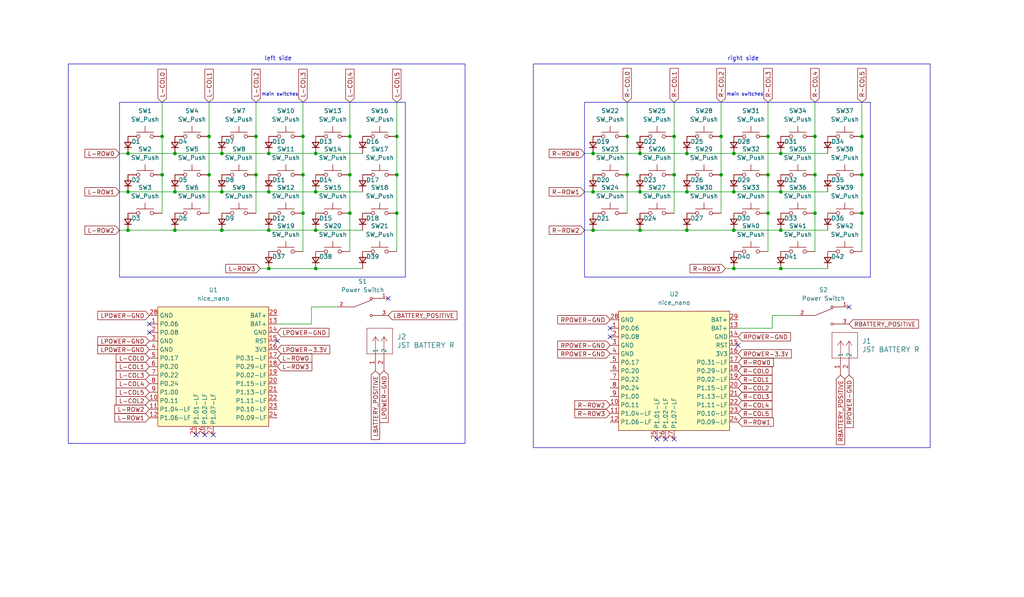
<source format=kicad_sch>
(kicad_sch (version 20250114) (generator "eeschema") (generator_version "9.0")
  (paper "User" 304.8 177.8)
  (title_block (title "Thyme: Split Keyboard Schematic") (rev "0.3"))
  (lib_symbols
    (symbol "Device:D_Small" (pin_numbers (hide yes)) (pin_names (offset 0.254) (hide yes))
      (property "Reference" "D" (at -1.27 2.032 0))
      (property "Value" "D_Small" (at -3.81 -2.032 0))
      (symbol "D_Small_1_1"
        (pin passive line (at -2.54 0 0) (length 1.778) (name "K") (number "1"))
        (pin passive line (at 2.54 0 180) (length 1.778) (name "A") (number "2"))
      )
    )
    (symbol "S2B-PH-K-S:S2B-PH-K-SLFSN" (pin_names (offset 0.254))
      (property "Reference" "J" (at 8.89 6.35 0))
      (property "Value" "S2B-PH-K-SLFSN" (at 0 0 0))
      (symbol "S2B-PH-K-SLFSN_1_1"
        (pin unspecified line (at 0 0 0) (length 5.08) (name "1") (number "1"))
        (pin unspecified line (at 0 -2.54 0) (length 5.08) (name "2") (number "2"))
      )
      (symbol "S2B-PH-K-SLFSN_1_2"
        (pin unspecified line (at 0 0 0) (length 5.08) (name "1") (number "1"))
        (pin unspecified line (at 0 -2.54 0) (length 5.08) (name "2") (number "2"))
      )
    )
    (symbol "SLW-1277744-3A-N-D:SLW-1277744-3A-N-D" (pin_names (offset 1.016))
      (property "Reference" "S" (at -5.08 5.08 0))
      (property "Value" "SLW-1277744-3A-N-D" (at -5.08 -5.08 0))
      (symbol "SLW-1277744-3A-N-D_0_0"
        (pin passive line (at -10.16 0 0) (length 2.54) (name "~") (number "2"))
        (pin passive line (at 5.08 2.54 180) (length 2.54) (name "~") (number "1"))
        (pin passive line (at 5.08 -2.54 180) (length 2.54) (name "~") (number "3"))
      )
    )
    (symbol "Switch:SW_Push" (pin_numbers (hide yes)) (pin_names (offset 1.016) (hide yes))
      (property "Reference" "SW" (at 1.27 2.54 0))
      (property "Value" "SW_Push" (at 0 -1.524 0))
      (symbol "SW_Push_0_1"
        (pin passive line (at -5.08 0 0) (length 2.54) (name "1") (number "1"))
        (pin passive line (at 5.08 0 180) (length 2.54) (name "2") (number "2"))
      )
    )
    (symbol "marbastlib-promicroish:nice_nano" (in_bom no)
      (property "Reference" "U" (at 0 22.86 0))
      (property "Value" "nice_nano" (at 0 20.32 0))
      (symbol "nice_nano_0_0"
        (pin bidirectional line (at -19.05 13.97 0) (length 2.54) (name "P0.06") (number "1"))
        (pin bidirectional line (at -19.05 11.43 0) (length 2.54) (name "P0.08") (number "2"))
        (pin power_out line (at -19.05 8.89 0) (length 2.54) (name "GND") (number "3"))
        (pin power_out line (at -19.05 6.35 0) (length 2.54) (name "GND") (number "4"))
        (pin bidirectional line (at -19.05 3.81 0) (length 2.54) (name "P0.17") (number "5"))
        (pin bidirectional line (at -19.05 1.27 0) (length 2.54) (name "P0.20") (number "6"))
        (pin bidirectional line (at -19.05 -1.27 0) (length 2.54) (name "P0.22") (number "7"))
        (pin bidirectional line (at -19.05 -3.81 0) (length 2.54) (name "P0.24") (number "8"))
        (pin bidirectional line (at -19.05 -6.35 0) (length 2.54) (name "P1.00") (number "9"))
        (pin bidirectional line (at -19.05 -8.89 0) (length 2.54) (name "P0.11") (number "10"))
        (pin bidirectional line (at -19.05 -11.43 0) (length 2.54) (name "P1.04-LF") (number "11"))
        (pin bidirectional line (at -19.05 -13.97 0) (length 2.54) (name "P1.06-LF") (number "12"))
        (pin power_out line (at 19.05 11.43 180) (length 2.54) (name "GND") (number "14"))
        (pin bidirectional line (at 19.05 8.89 180) (length 2.54) (name "RST") (number "15"))
        (pin bidirectional line (at 19.05 3.81 180) (length 2.54) (name "P0.31-LF") (number "17"))
        (pin bidirectional line (at 19.05 1.27 180) (length 2.54) (name "P0.29-LF") (number "18"))
        (pin bidirectional line (at 19.05 -1.27 180) (length 2.54) (name "P0.02-LF") (number "19"))
        (pin bidirectional line (at 19.05 -3.81 180) (length 2.54) (name "P1.15-LF") (number "20"))
        (pin bidirectional line (at 19.05 -6.35 180) (length 2.54) (name "P1.13-LF") (number "21"))
        (pin bidirectional line (at 19.05 -8.89 180) (length 2.54) (name "P1.11-LF") (number "22"))
        (pin bidirectional line (at 19.05 -13.97 180) (length 2.54) (name "P0.09-LF") (number "24"))
      )
      (symbol "nice_nano_1_0"
        (pin power_out line (at -19.05 16.51 0) (length 2.54) (name "GND") (number "28"))
        (pin bidirectional line (at -5.08 -19.05 90) (length 2.54) (name "P1.01-LF") (number "25"))
        (pin bidirectional line (at -2.54 -19.05 90) (length 2.54) (name "P1.02-LF") (number "26"))
        (pin bidirectional line (at 0 -19.05 90) (length 2.54) (name "P1.07-LF") (number "27"))
        (pin power_out line (at 19.05 16.51 180) (length 2.54) (name "BAT+") (number "29"))
        (pin power_out line (at 19.05 13.97 180) (length 2.54) (name "BAT+") (number "13"))
        (pin power_out line (at 19.05 6.35 180) (length 2.54) (name "3V3") (number "16"))
        (pin bidirectional line (at 19.05 -11.43 180) (length 2.54) (name "P0.10-LF") (number "23"))
      )
    )
  )
  (rectangle (start 35.56 30.48) (end 120.65 82.55))
  (rectangle (start 20.32 19.05) (end 138.43 132.08))
  (rectangle (start 173.99 30.48) (end 259.08 82.55))
  (rectangle (start 158.75 19.05) (end 276.86 133.35))
  (text "left side" (at 82.804 17.526 0) (effects (font (size 1.27 1.27))))
  (text "main switches" (at 83.312 28.194 0) (effects (font (size 1.016 1.016))))
  (text "main switches" (at 221.742 28.194 0) (effects (font (size 1.016 1.016))))
  (text "right side" (at 221.234 17.526 0) (effects (font (size 1.27 1.27))))
  (junction (at 118.11 52.07))
  (junction (at 228.6 40.64))
  (junction (at 214.63 40.64))
  (junction (at 190.5 57.15))
  (junction (at 80.01 57.15))
  (junction (at 48.26 40.64))
  (junction (at 76.2 40.64))
  (junction (at 242.57 63.5))
  (junction (at 93.98 45.72))
  (junction (at 52.07 57.15))
  (junction (at 256.54 63.5))
  (junction (at 218.44 57.15))
  (junction (at 200.66 40.64))
  (junction (at 38.1 57.15))
  (junction (at 80.01 45.72))
  (junction (at 48.26 52.07))
  (junction (at 176.53 45.72))
  (junction (at 242.57 40.64))
  (junction (at 93.98 80.01))
  (junction (at 232.41 80.01))
  (junction (at 93.98 68.58))
  (junction (at 38.1 68.58))
  (junction (at 90.17 63.5))
  (junction (at 218.44 68.58))
  (junction (at 190.5 68.58))
  (junction (at 90.17 52.07))
  (junction (at 256.54 40.64))
  (junction (at 62.23 52.07))
  (junction (at 104.14 40.64))
  (junction (at 66.04 68.58))
  (junction (at 204.47 45.72))
  (junction (at 80.01 80.01))
  (junction (at 118.11 63.5))
  (junction (at 228.6 52.07))
  (junction (at 218.44 80.01))
  (junction (at 104.14 63.5))
  (junction (at 52.07 45.72))
  (junction (at 93.98 57.15))
  (junction (at 62.23 40.64))
  (junction (at 228.6 63.5))
  (junction (at 204.47 57.15))
  (junction (at 190.5 45.72))
  (junction (at 218.44 45.72))
  (junction (at 118.11 40.64))
  (junction (at 204.47 68.58))
  (junction (at 186.69 40.64))
  (junction (at 186.69 52.07))
  (junction (at 232.41 45.72))
  (junction (at 232.41 68.58))
  (junction (at 38.1 45.72))
  (junction (at 80.01 68.58))
  (junction (at 176.53 68.58))
  (junction (at 232.41 57.15))
  (junction (at 52.07 68.58))
  (junction (at 200.66 52.07))
  (junction (at 242.57 52.07))
  (junction (at 90.17 40.64))
  (junction (at 256.54 52.07))
  (junction (at 76.2 52.07))
  (junction (at 176.53 57.15))
  (junction (at 66.04 45.72))
  (junction (at 66.04 57.15))
  (junction (at 104.14 52.07))
  (junction (at 214.63 52.07))
  (no_connect (at 219.71 102.87))
  (no_connect (at 82.55 101.6))
  (no_connect (at 63.5 129.54))
  (no_connect (at 200.66 130.81))
  (no_connect (at 60.96 129.54))
  (no_connect (at 195.58 130.81))
  (no_connect (at 181.61 97.79))
  (no_connect (at 44.45 99.06))
  (no_connect (at 115.57 88.9))
  (no_connect (at 252.73 91.44))
  (no_connect (at 58.42 129.54))
  (no_connect (at 198.12 130.81))
  (no_connect (at 181.61 100.33))
  (no_connect (at 44.45 96.52))
  (wire (pts (xy 35.56 57.15) (xy 38.1 57.15)))
  (wire (pts (xy 232.41 80.01) (xy 246.38 80.01)))
  (wire (pts (xy 214.63 40.64) (xy 214.63 52.07)))
  (wire (pts (xy 232.41 57.15) (xy 246.38 57.15)))
  (wire (pts (xy 93.98 45.72) (xy 107.95 45.72)))
  (wire (pts (xy 48.26 30.48) (xy 48.26 40.64)))
  (wire (pts (xy 92.71 91.44) (xy 92.71 96.52)))
  (wire (pts (xy 229.87 97.79) (xy 219.71 97.79)))
  (wire (pts (xy 104.14 30.48) (xy 104.14 40.64)))
  (wire (pts (xy 176.53 45.72) (xy 190.5 45.72)))
  (wire (pts (xy 90.17 30.48) (xy 90.17 40.64)))
  (wire (pts (xy 200.66 30.48) (xy 200.66 40.64)))
  (wire (pts (xy 104.14 63.5) (xy 104.14 74.93)))
  (wire (pts (xy 104.14 52.07) (xy 104.14 63.5)))
  (wire (pts (xy 204.47 57.15) (xy 218.44 57.15)))
  (wire (pts (xy 48.26 52.07) (xy 48.26 63.5)))
  (wire (pts (xy 186.69 52.07) (xy 186.69 63.5)))
  (wire (pts (xy 228.6 52.07) (xy 228.6 63.5)))
  (wire (pts (xy 92.71 91.44) (xy 100.33 91.44)))
  (wire (pts (xy 229.87 93.98) (xy 229.87 97.79)))
  (wire (pts (xy 76.2 40.64) (xy 76.2 52.07)))
  (wire (pts (xy 80.01 57.15) (xy 93.98 57.15)))
  (wire (pts (xy 214.63 30.48) (xy 214.63 40.64)))
  (wire (pts (xy 35.56 45.72) (xy 38.1 45.72)))
  (wire (pts (xy 242.57 30.48) (xy 242.57 40.64)))
  (wire (pts (xy 118.11 52.07) (xy 118.11 63.5)))
  (wire (pts (xy 218.44 45.72) (xy 232.41 45.72)))
  (wire (pts (xy 186.69 30.48) (xy 186.69 40.64)))
  (wire (pts (xy 256.54 40.64) (xy 256.54 52.07)))
  (wire (pts (xy 200.66 40.64) (xy 200.66 52.07)))
  (wire (pts (xy 256.54 30.48) (xy 256.54 40.64)))
  (wire (pts (xy 90.17 63.5) (xy 90.17 74.93)))
  (wire (pts (xy 93.98 57.15) (xy 107.95 57.15)))
  (wire (pts (xy 38.1 45.72) (xy 52.07 45.72)))
  (wire (pts (xy 52.07 57.15) (xy 66.04 57.15)))
  (wire (pts (xy 215.9 80.01) (xy 218.44 80.01)))
  (wire (pts (xy 242.57 63.5) (xy 242.57 74.93)))
  (wire (pts (xy 104.14 40.64) (xy 104.14 52.07)))
  (wire (pts (xy 229.87 93.98) (xy 237.49 93.98)))
  (wire (pts (xy 62.23 52.07) (xy 62.23 63.5)))
  (wire (pts (xy 52.07 68.58) (xy 66.04 68.58)))
  (wire (pts (xy 76.2 52.07) (xy 76.2 63.5)))
  (wire (pts (xy 190.5 57.15) (xy 204.47 57.15)))
  (wire (pts (xy 38.1 57.15) (xy 52.07 57.15)))
  (wire (pts (xy 218.44 80.01) (xy 232.41 80.01)))
  (wire (pts (xy 186.69 40.64) (xy 186.69 52.07)))
  (wire (pts (xy 228.6 30.48) (xy 228.6 40.64)))
  (wire (pts (xy 93.98 80.01) (xy 107.95 80.01)))
  (wire (pts (xy 200.66 52.07) (xy 200.66 63.5)))
  (wire (pts (xy 76.2 30.48) (xy 76.2 40.64)))
  (wire (pts (xy 242.57 52.07) (xy 242.57 63.5)))
  (wire (pts (xy 218.44 68.58) (xy 232.41 68.58)))
  (wire (pts (xy 256.54 63.5) (xy 256.54 74.93)))
  (wire (pts (xy 80.01 68.58) (xy 93.98 68.58)))
  (wire (pts (xy 66.04 45.72) (xy 80.01 45.72)))
  (wire (pts (xy 204.47 45.72) (xy 218.44 45.72)))
  (wire (pts (xy 90.17 52.07) (xy 90.17 63.5)))
  (wire (pts (xy 228.6 40.64) (xy 228.6 52.07)))
  (wire (pts (xy 62.23 30.48) (xy 62.23 40.64)))
  (wire (pts (xy 232.41 68.58) (xy 246.38 68.58)))
  (wire (pts (xy 48.26 40.64) (xy 48.26 52.07)))
  (wire (pts (xy 93.98 68.58) (xy 107.95 68.58)))
  (wire (pts (xy 38.1 68.58) (xy 52.07 68.58)))
  (wire (pts (xy 232.41 45.72) (xy 246.38 45.72)))
  (wire (pts (xy 256.54 52.07) (xy 256.54 63.5)))
  (wire (pts (xy 92.71 96.52) (xy 82.55 96.52)))
  (wire (pts (xy 176.53 68.58) (xy 190.5 68.58)))
  (wire (pts (xy 118.11 63.5) (xy 118.11 74.93)))
  (wire (pts (xy 77.47 80.01) (xy 80.01 80.01)))
  (wire (pts (xy 176.53 57.15) (xy 190.5 57.15)))
  (wire (pts (xy 228.6 63.5) (xy 228.6 74.93)))
  (wire (pts (xy 190.5 68.58) (xy 204.47 68.58)))
  (wire (pts (xy 90.17 40.64) (xy 90.17 52.07)))
  (wire (pts (xy 214.63 52.07) (xy 214.63 63.5)))
  (wire (pts (xy 80.01 80.01) (xy 93.98 80.01)))
  (wire (pts (xy 66.04 57.15) (xy 80.01 57.15)))
  (wire (pts (xy 80.01 45.72) (xy 93.98 45.72)))
  (wire (pts (xy 35.56 68.58) (xy 38.1 68.58)))
  (wire (pts (xy 173.99 68.58) (xy 176.53 68.58)))
  (wire (pts (xy 204.47 68.58) (xy 218.44 68.58)))
  (wire (pts (xy 66.04 68.58) (xy 80.01 68.58)))
  (wire (pts (xy 173.99 45.72) (xy 176.53 45.72)))
  (wire (pts (xy 242.57 40.64) (xy 242.57 52.07)))
  (wire (pts (xy 218.44 57.15) (xy 232.41 57.15)))
  (wire (pts (xy 62.23 40.64) (xy 62.23 52.07)))
  (wire (pts (xy 118.11 30.48) (xy 118.11 40.64)))
  (wire (pts (xy 52.07 45.72) (xy 66.04 45.72)))
  (wire (pts (xy 118.11 40.64) (xy 118.11 52.07)))
  (wire (pts (xy 173.99 57.15) (xy 176.53 57.15)))
  (wire (pts (xy 190.5 45.72) (xy 204.47 45.72)))
  (global_label "R-COL5" (shape input) (at 219.71 123.19 0) (property "Intersheetrefs" "${INTERSHEET_REFS}" (effects (hide yes))))
  (global_label "LPOWER-3.3V" (shape input) (at 82.55 104.14 0) (property "Intersheetrefs" "${INTERSHEET_REFS}" (effects (hide yes))))
  (global_label "RPOWER-GND" (shape input) (at 181.61 102.87 180) (property "Intersheetrefs" "${INTERSHEET_REFS}" (effects (hide yes))))
  (global_label "LPOWER-GND" (shape input) (at 44.45 101.6 180) (property "Intersheetrefs" "${INTERSHEET_REFS}" (effects (hide yes))))
  (global_label "L-COL2" (shape input) (at 76.2 30.48 90) (property "Intersheetrefs" "${INTERSHEET_REFS}" (effects (hide yes))))
  (global_label "L-ROW3" (shape input) (at 77.47 80.01 180) (property "Intersheetrefs" "${INTERSHEET_REFS}" (effects (hide yes))))
  (global_label "LPOWER-GND" (shape input) (at 44.45 104.14 180) (property "Intersheetrefs" "${INTERSHEET_REFS}" (effects (hide yes))))
  (global_label "RPOWER-GND" (shape input) (at 181.61 105.41 180) (property "Intersheetrefs" "${INTERSHEET_REFS}" (effects (hide yes))))
  (global_label "R-ROW3" (shape input) (at 215.9 80.01 180) (property "Intersheetrefs" "${INTERSHEET_REFS}" (effects (hide yes))))
  (global_label "L-COL5" (shape input) (at 44.45 116.84 180) (property "Intersheetrefs" "${INTERSHEET_REFS}" (effects (hide yes))))
  (global_label "L-COL3" (shape input) (at 44.45 111.76 180) (property "Intersheetrefs" "${INTERSHEET_REFS}" (effects (hide yes))))
  (global_label "R-ROW0" (shape input) (at 173.99 45.72 180) (property "Intersheetrefs" "${INTERSHEET_REFS}" (effects (hide yes))))
  (global_label "L-ROW2" (shape input) (at 44.45 121.92 180) (property "Intersheetrefs" "${INTERSHEET_REFS}" (effects (hide yes))))
  (global_label "R-COL4" (shape input) (at 242.57 30.48 90) (property "Intersheetrefs" "${INTERSHEET_REFS}" (effects (hide yes))))
  (global_label "R-ROW2" (shape input) (at 181.61 120.65 180) (property "Intersheetrefs" "${INTERSHEET_REFS}" (effects (hide yes))))
  (global_label "R-COL3" (shape input) (at 219.71 118.11 0) (property "Intersheetrefs" "${INTERSHEET_REFS}" (effects (hide yes))))
  (global_label "R-COL1" (shape input) (at 219.71 113.03 0) (property "Intersheetrefs" "${INTERSHEET_REFS}" (effects (hide yes))))
  (global_label "LPOWER-GND" (shape input) (at 114.3 110.49 270) (property "Intersheetrefs" "${INTERSHEET_REFS}" (effects (hide yes))))
  (global_label "R-COL2" (shape input) (at 219.71 115.57 0) (property "Intersheetrefs" "${INTERSHEET_REFS}" (effects (hide yes))))
  (global_label "RPOWER-3.3V" (shape input) (at 219.71 105.41 0) (property "Intersheetrefs" "${INTERSHEET_REFS}" (effects (hide yes))))
  (global_label "L-COL1" (shape input) (at 62.23 30.48 90) (property "Intersheetrefs" "${INTERSHEET_REFS}" (effects (hide yes))))
  (global_label "L-COL1" (shape input) (at 44.45 109.22 180) (property "Intersheetrefs" "${INTERSHEET_REFS}" (effects (hide yes))))
  (global_label "R-COL2" (shape input) (at 214.63 30.48 90) (property "Intersheetrefs" "${INTERSHEET_REFS}" (effects (hide yes))))
  (global_label "RPOWER-GND" (shape input) (at 252.73 111.76 270) (property "Intersheetrefs" "${INTERSHEET_REFS}" (effects (hide yes))))
  (global_label "L-COL4" (shape input) (at 104.14 30.48 90) (property "Intersheetrefs" "${INTERSHEET_REFS}" (effects (hide yes))))
  (global_label "R-ROW1" (shape input) (at 173.99 57.15 180) (property "Intersheetrefs" "${INTERSHEET_REFS}" (effects (hide yes))))
  (global_label "RPOWER-GND" (shape input) (at 181.61 95.25 180) (property "Intersheetrefs" "${INTERSHEET_REFS}" (effects (hide yes))))
  (global_label "R-COL3" (shape input) (at 228.6 30.48 90) (property "Intersheetrefs" "${INTERSHEET_REFS}" (effects (hide yes))))
  (global_label "R-COL4" (shape input) (at 219.71 120.65 0) (property "Intersheetrefs" "${INTERSHEET_REFS}" (effects (hide yes))))
  (global_label "L-ROW0" (shape input) (at 82.55 106.68 0) (property "Intersheetrefs" "${INTERSHEET_REFS}" (effects (hide yes))))
  (global_label "L-COL0" (shape input) (at 48.26 30.48 90) (property "Intersheetrefs" "${INTERSHEET_REFS}" (effects (hide yes))))
  (global_label "LBATTERY_POSITIVE" (shape input) (at 111.76 110.49 270) (property "Intersheetrefs" "${INTERSHEET_REFS}" (effects (hide yes))))
  (global_label "LBATTERY_POSITIVE" (shape input) (at 115.57 93.98 0) (property "Intersheetrefs" "${INTERSHEET_REFS}" (effects (hide yes))))
  (global_label "L-COL3" (shape input) (at 90.17 30.48 90) (property "Intersheetrefs" "${INTERSHEET_REFS}" (effects (hide yes))))
  (global_label "L-COL4" (shape input) (at 44.45 114.3 180) (property "Intersheetrefs" "${INTERSHEET_REFS}" (effects (hide yes))))
  (global_label "R-ROW2" (shape input) (at 173.99 68.58 180) (property "Intersheetrefs" "${INTERSHEET_REFS}" (effects (hide yes))))
  (global_label "R-ROW3" (shape input) (at 181.61 123.19 180) (property "Intersheetrefs" "${INTERSHEET_REFS}" (effects (hide yes))))
  (global_label "R-ROW0" (shape input) (at 219.71 107.95 0) (property "Intersheetrefs" "${INTERSHEET_REFS}" (effects (hide yes))))
  (global_label "LPOWER-GND" (shape input) (at 44.45 93.98 180) (property "Intersheetrefs" "${INTERSHEET_REFS}" (effects (hide yes))))
  (global_label "R-COL0" (shape input) (at 219.71 110.49 0) (property "Intersheetrefs" "${INTERSHEET_REFS}" (effects (hide yes))))
  (global_label "L-ROW3" (shape input) (at 82.55 109.22 0) (property "Intersheetrefs" "${INTERSHEET_REFS}" (effects (hide yes))))
  (global_label "L-COL0" (shape input) (at 44.45 106.68 180) (property "Intersheetrefs" "${INTERSHEET_REFS}" (effects (hide yes))))
  (global_label "L-ROW0" (shape input) (at 35.56 45.72 180) (property "Intersheetrefs" "${INTERSHEET_REFS}" (effects (hide yes))))
  (global_label "RBATTERY_POSITIVE" (shape input) (at 252.73 96.52 0) (property "Intersheetrefs" "${INTERSHEET_REFS}" (effects (hide yes))))
  (global_label "L-COL5" (shape input) (at 118.11 30.48 90) (property "Intersheetrefs" "${INTERSHEET_REFS}" (effects (hide yes))))
  (global_label "R-ROW1" (shape input) (at 219.71 125.73 0) (property "Intersheetrefs" "${INTERSHEET_REFS}" (effects (hide yes))))
  (global_label "R-COL1" (shape input) (at 200.66 30.48 90) (property "Intersheetrefs" "${INTERSHEET_REFS}" (effects (hide yes))))
  (global_label "L-COL2" (shape input) (at 44.45 119.38 180) (property "Intersheetrefs" "${INTERSHEET_REFS}" (effects (hide yes))))
  (global_label "RPOWER-GND" (shape input) (at 219.71 100.33 0) (property "Intersheetrefs" "${INTERSHEET_REFS}" (effects (hide yes))))
  (global_label "L-ROW1" (shape input) (at 44.45 124.46 180) (property "Intersheetrefs" "${INTERSHEET_REFS}" (effects (hide yes))))
  (global_label "LPOWER-GND" (shape input) (at 82.55 99.06 0) (property "Intersheetrefs" "${INTERSHEET_REFS}" (effects (hide yes))))
  (global_label "R-COL0" (shape input) (at 186.69 30.48 90) (property "Intersheetrefs" "${INTERSHEET_REFS}" (effects (hide yes))))
  (global_label "RBATTERY_POSITIVE" (shape input) (at 250.19 111.76 270) (property "Intersheetrefs" "${INTERSHEET_REFS}" (effects (hide yes))))
  (global_label "L-ROW1" (shape input) (at 35.56 57.15 180) (property "Intersheetrefs" "${INTERSHEET_REFS}" (effects (hide yes))))
  (global_label "L-ROW2" (shape input) (at 35.56 68.58 180) (property "Intersheetrefs" "${INTERSHEET_REFS}" (effects (hide yes))))
  (global_label "R-COL5" (shape input) (at 256.54 30.48 90) (property "Intersheetrefs" "${INTERSHEET_REFS}" (effects (hide yes))))
  (symbol (lib_id "Device:D_Small") (at 107.95 43.18 90) (unit 1)
    (property "Reference" "D16" (at 108.966 42.164 90) (effects (justify right)))
    (property "Value" "D_Small" (effects (hide yes)))
    (property "Footprint" "Diode_THT:D_DO-35_SOD27_P7.62mm_Horizontal" (effects (hide yes)))
    (property "Description" "Diode, small symbol" (effects (hide yes)))
    (property "Sim.Device" "D" (effects (hide yes)))
    (property "Sim.Pins" "1=K 2=A" (effects (hide yes)))
  )
  (symbol (lib_id "Switch:SW_Push") (at 99.06 40.64 0) (unit 1)
    (property "Reference" "SW13" (at 99.06 33.02 0))
    (property "Value" "SW_Push" (at 99.06 35.56 0))
    (property "Footprint" "PCM_Switch_Keyboard_Hotswap_Kailh:SW_Hotswap_Kailh_Choc_V1V2_1.00u" (effects (hide yes)))
    (property "Description" "Push button switch, generic, two pins" (effects (hide yes)))
  )
  (symbol (lib_id "Device:D_Small") (at 176.53 54.61 90) (unit 1)
    (property "Reference" "D20" (at 177.546 53.594 90) (effects (justify right)))
    (property "Value" "D_Small" (effects (hide yes)))
    (property "Footprint" "Diode_THT:D_DO-35_SOD27_P7.62mm_Horizontal" (effects (hide yes)))
    (property "Description" "Diode, small symbol" (effects (hide yes)))
    (property "Sim.Device" "D" (effects (hide yes)))
    (property "Sim.Pins" "1=K 2=A" (effects (hide yes)))
  )
  (symbol (lib_id "Switch:SW_Push") (at 113.03 63.5 0) (unit 1)
    (property "Reference" "SW18" (at 113.03 55.88 0))
    (property "Value" "SW_Push" (at 113.03 58.42 0))
    (property "Footprint" "PCM_Switch_Keyboard_Hotswap_Kailh:SW_Hotswap_Kailh_Choc_V1V2_1.00u" (effects (hide yes)))
    (property "Description" "Push button switch, generic, two pins" (effects (hide yes)))
  )
  (symbol (lib_id "Switch:SW_Push") (at 99.06 52.07 0) (unit 1)
    (property "Reference" "SW14" (at 99.06 44.45 0))
    (property "Value" "SW_Push" (at 99.06 46.99 0))
    (property "Footprint" "PCM_Switch_Keyboard_Hotswap_Kailh:SW_Hotswap_Kailh_Choc_V1V2_1.00u" (effects (hide yes)))
    (property "Description" "Push button switch, generic, two pins" (effects (hide yes)))
  )
  (symbol (lib_id "Device:D_Small") (at 38.1 43.18 90) (unit 1)
    (property "Reference" "D1" (at 39.116 42.164 90) (effects (justify right)))
    (property "Value" "D_Small" (effects (hide yes)))
    (property "Footprint" "Diode_THT:D_DO-35_SOD27_P7.62mm_Horizontal" (effects (hide yes)))
    (property "Description" "Diode, small symbol" (effects (hide yes)))
    (property "Sim.Device" "D" (effects (hide yes)))
    (property "Sim.Pins" "1=K 2=A" (effects (hide yes)))
  )
  (symbol (lib_id "Switch:SW_Push") (at 57.15 63.5 0) (unit 1)
    (property "Reference" "SW6" (at 57.15 55.88 0))
    (property "Value" "SW_Push" (at 57.15 58.42 0))
    (property "Footprint" "PCM_Switch_Keyboard_Hotswap_Kailh:SW_Hotswap_Kailh_Choc_V1V2_1.00u" (effects (hide yes)))
    (property "Description" "Push button switch, generic, two pins" (effects (hide yes)))
  )
  (symbol (lib_id "Device:D_Small") (at 190.5 54.61 90) (unit 1)
    (property "Reference" "D23" (at 191.516 53.594 90) (effects (justify right)))
    (property "Value" "D_Small" (effects (hide yes)))
    (property "Footprint" "Diode_THT:D_DO-35_SOD27_P7.62mm_Horizontal" (effects (hide yes)))
    (property "Description" "Diode, small symbol" (effects (hide yes)))
    (property "Sim.Device" "D" (effects (hide yes)))
    (property "Sim.Pins" "1=K 2=A" (effects (hide yes)))
  )
  (symbol (lib_id "Switch:SW_Push") (at 43.18 52.07 0) (unit 1)
    (property "Reference" "SW2" (at 43.18 44.45 0))
    (property "Value" "SW_Push" (at 43.18 46.99 0))
    (property "Footprint" "PCM_Switch_Keyboard_Hotswap_Kailh:SW_Hotswap_Kailh_Choc_V1V2_1.00u" (effects (hide yes)))
    (property "Description" "Push button switch, generic, two pins" (effects (hide yes)))
  )
  (symbol (lib_id "Device:D_Small") (at 190.5 66.04 90) (unit 1)
    (property "Reference" "D24" (at 191.516 65.024 90) (effects (justify right)))
    (property "Value" "D_Small" (effects (hide yes)))
    (property "Footprint" "Diode_THT:D_DO-35_SOD27_P7.62mm_Horizontal" (effects (hide yes)))
    (property "Description" "Diode, small symbol" (effects (hide yes)))
    (property "Sim.Device" "D" (effects (hide yes)))
    (property "Sim.Pins" "1=K 2=A" (effects (hide yes)))
  )
  (symbol (lib_id "Switch:SW_Push") (at 223.52 63.5 0) (unit 1)
    (property "Reference" "SW33" (at 223.52 55.88 0))
    (property "Value" "SW_Push" (at 223.52 58.42 0))
    (property "Footprint" "PCM_Switch_Keyboard_Hotswap_Kailh:SW_Hotswap_Kailh_Choc_V1V2_1.00u" (effects (hide yes)))
    (property "Description" "Push button switch, generic, two pins" (effects (hide yes)))
  )
  (symbol (lib_id "Device:D_Small") (at 80.01 54.61 90) (unit 1)
    (property "Reference" "D11" (at 81.026 53.594 90) (effects (justify right)))
    (property "Value" "D_Small" (effects (hide yes)))
    (property "Footprint" "Diode_THT:D_DO-35_SOD27_P7.62mm_Horizontal" (effects (hide yes)))
    (property "Description" "Diode, small symbol" (effects (hide yes)))
    (property "Sim.Device" "D" (effects (hide yes)))
    (property "Sim.Pins" "1=K 2=A" (effects (hide yes)))
  )
  (symbol (lib_id "Device:D_Small") (at 107.95 66.04 90) (unit 1)
    (property "Reference" "D18" (at 108.966 65.024 90) (effects (justify right)))
    (property "Value" "D_Small" (effects (hide yes)))
    (property "Footprint" "Diode_THT:D_DO-35_SOD27_P7.62mm_Horizontal" (effects (hide yes)))
    (property "Description" "Diode, small symbol" (effects (hide yes)))
    (property "Sim.Device" "D" (effects (hide yes)))
    (property "Sim.Pins" "1=K 2=A" (effects (hide yes)))
  )
  (symbol (lib_id "Device:D_Small") (at 246.38 43.18 90) (unit 1)
    (property "Reference" "D34" (at 247.396 42.164 90) (effects (justify right)))
    (property "Value" "D_Small" (effects (hide yes)))
    (property "Footprint" "Diode_THT:D_DO-35_SOD27_P7.62mm_Horizontal" (effects (hide yes)))
    (property "Description" "Diode, small symbol" (effects (hide yes)))
    (property "Sim.Device" "D" (effects (hide yes)))
    (property "Sim.Pins" "1=K 2=A" (effects (hide yes)))
  )
  (symbol (lib_id "Device:D_Small") (at 107.95 54.61 90) (unit 1)
    (property "Reference" "D17" (at 108.966 53.594 90) (effects (justify right)))
    (property "Value" "D_Small" (effects (hide yes)))
    (property "Footprint" "Diode_THT:D_DO-35_SOD27_P7.62mm_Horizontal" (effects (hide yes)))
    (property "Description" "Diode, small symbol" (effects (hide yes)))
    (property "Sim.Device" "D" (effects (hide yes)))
    (property "Sim.Pins" "1=K 2=A" (effects (hide yes)))
  )
  (symbol (lib_id "Switch:SW_Push") (at 223.52 40.64 0) (unit 1)
    (property "Reference" "SW31" (at 223.52 33.02 0))
    (property "Value" "SW_Push" (at 223.52 35.56 0))
    (property "Footprint" "PCM_Switch_Keyboard_Hotswap_Kailh:SW_Hotswap_Kailh_Choc_V1V2_1.00u" (effects (hide yes)))
    (property "Description" "Push button switch, generic, two pins" (effects (hide yes)))
  )
  (symbol (lib_id "Switch:SW_Push") (at 237.49 52.07 0) (unit 1)
    (property "Reference" "SW35" (at 237.49 44.45 0))
    (property "Value" "SW_Push" (at 237.49 46.99 0))
    (property "Footprint" "PCM_Switch_Keyboard_Hotswap_Kailh:SW_Hotswap_Kailh_Choc_V1V2_1.00u" (effects (hide yes)))
    (property "Description" "Push button switch, generic, two pins" (effects (hide yes)))
  )
  (symbol (lib_id "Device:D_Small") (at 66.04 66.04 90) (unit 1)
    (property "Reference" "D9" (at 67.056 65.024 90) (effects (justify right)))
    (property "Value" "D_Small" (effects (hide yes)))
    (property "Footprint" "Diode_THT:D_DO-35_SOD27_P7.62mm_Horizontal" (effects (hide yes)))
    (property "Description" "Diode, small symbol" (effects (hide yes)))
    (property "Sim.Device" "D" (effects (hide yes)))
    (property "Sim.Pins" "1=K 2=A" (effects (hide yes)))
  )
  (symbol (lib_id "Device:D_Small") (at 218.44 66.04 90) (unit 1)
    (property "Reference" "D30" (at 219.456 65.024 90) (effects (justify right)))
    (property "Value" "D_Small" (effects (hide yes)))
    (property "Footprint" "Diode_THT:D_DO-35_SOD27_P7.62mm_Horizontal" (effects (hide yes)))
    (property "Description" "Diode, small symbol" (effects (hide yes)))
    (property "Sim.Device" "D" (effects (hide yes)))
    (property "Sim.Pins" "1=K 2=A" (effects (hide yes)))
  )
  (symbol (lib_id "Switch:SW_Push") (at 195.58 40.64 0) (unit 1)
    (property "Reference" "SW25" (at 195.58 33.02 0))
    (property "Value" "SW_Push" (at 195.58 35.56 0))
    (property "Footprint" "PCM_Switch_Keyboard_Hotswap_Kailh:SW_Hotswap_Kailh_Choc_V1V2_1.00u" (effects (hide yes)))
    (property "Description" "Push button switch, generic, two pins" (effects (hide yes)))
  )
  (symbol (lib_id "Device:D_Small") (at 93.98 54.61 90) (unit 1)
    (property "Reference" "D14" (at 94.996 53.594 90) (effects (justify right)))
    (property "Value" "D_Small" (effects (hide yes)))
    (property "Footprint" "Diode_THT:D_DO-35_SOD27_P7.62mm_Horizontal" (effects (hide yes)))
    (property "Description" "Diode, small symbol" (effects (hide yes)))
    (property "Sim.Device" "D" (effects (hide yes)))
    (property "Sim.Pins" "1=K 2=A" (effects (hide yes)))
  )
  (symbol (lib_id "Device:D_Small") (at 176.53 43.18 90) (unit 1)
    (property "Reference" "D19" (at 177.546 42.164 90) (effects (justify right)))
    (property "Value" "D_Small" (effects (hide yes)))
    (property "Footprint" "Diode_THT:D_DO-35_SOD27_P7.62mm_Horizontal" (effects (hide yes)))
    (property "Description" "Diode, small symbol" (effects (hide yes)))
    (property "Sim.Device" "D" (effects (hide yes)))
    (property "Sim.Pins" "1=K 2=A" (effects (hide yes)))
  )
  (symbol (lib_id "Device:D_Small") (at 93.98 77.47 90) (unit 1)
    (property "Reference" "D38" (at 94.996 76.454 90) (effects (justify right)))
    (property "Value" "D_Small" (effects (hide yes)))
    (property "Footprint" "Diode_THT:D_DO-35_SOD27_P7.62mm_Horizontal" (effects (hide yes)))
    (property "Description" "Diode, small symbol" (effects (hide yes)))
    (property "Sim.Device" "D" (effects (hide yes)))
    (property "Sim.Pins" "1=K 2=A" (effects (hide yes)))
  )
  (symbol (lib_id "Device:D_Small") (at 93.98 66.04 90) (unit 1)
    (property "Reference" "D15" (at 94.996 65.024 90) (effects (justify right)))
    (property "Value" "D_Small" (effects (hide yes)))
    (property "Footprint" "Diode_THT:D_DO-35_SOD27_P7.62mm_Horizontal" (effects (hide yes)))
    (property "Description" "Diode, small symbol" (effects (hide yes)))
    (property "Sim.Device" "D" (effects (hide yes)))
    (property "Sim.Pins" "1=K 2=A" (effects (hide yes)))
  )
  (symbol (lib_id "Switch:SW_Push") (at 195.58 63.5 0) (unit 1)
    (property "Reference" "SW27" (at 195.58 55.88 0))
    (property "Value" "SW_Push" (at 195.58 58.42 0))
    (property "Footprint" "PCM_Switch_Keyboard_Hotswap_Kailh:SW_Hotswap_Kailh_Choc_V1V2_1.00u" (effects (hide yes)))
    (property "Description" "Push button switch, generic, two pins" (effects (hide yes)))
  )
  (symbol (lib_id "marbastlib-promicroish:nice_nano") (at 63.5 110.49 0) (unit 1) (in_bom no)
    (property "Reference" "U1" (at 63.5 86.36 0))
    (property "Value" "nice_nano" (at 63.5 88.9 0))
    (property "Footprint" "libraries:SuperMini NRF52840" (effects (hide yes)))
    (property "Datasheet" "https://nicekeyboards.com/docs/nice-nano/pinout-schematic" (effects (hide yes)))
    (property "Description" "Symbol for an nicekeyboards nice!nano" (effects (hide yes)))
  )
  (symbol (lib_id "Device:D_Small") (at 190.5 43.18 90) (unit 1)
    (property "Reference" "D22" (at 191.516 42.164 90) (effects (justify right)))
    (property "Value" "D_Small" (effects (hide yes)))
    (property "Footprint" "Diode_THT:D_DO-35_SOD27_P7.62mm_Horizontal" (effects (hide yes)))
    (property "Description" "Diode, small symbol" (effects (hide yes)))
    (property "Sim.Device" "D" (effects (hide yes)))
    (property "Sim.Pins" "1=K 2=A" (effects (hide yes)))
  )
  (symbol (lib_id "Switch:SW_Push") (at 181.61 40.64 0) (unit 1)
    (property "Reference" "SW22" (at 181.61 33.02 0))
    (property "Value" "SW_Push" (at 181.61 35.56 0))
    (property "Footprint" "PCM_Switch_Keyboard_Hotswap_Kailh:SW_Hotswap_Kailh_Choc_V1V2_1.00u" (effects (hide yes)))
    (property "Description" "Push button switch, generic, two pins" (effects (hide yes)))
  )
  (symbol (lib_id "Device:D_Small") (at 246.38 66.04 90) (unit 1)
    (property "Reference" "D36" (at 247.396 65.024 90) (effects (justify right)))
    (property "Value" "D_Small" (effects (hide yes)))
    (property "Footprint" "Diode_THT:D_DO-35_SOD27_P7.62mm_Horizontal" (effects (hide yes)))
    (property "Description" "Diode, small symbol" (effects (hide yes)))
    (property "Sim.Device" "D" (effects (hide yes)))
    (property "Sim.Pins" "1=K 2=A" (effects (hide yes)))
  )
  (symbol (lib_id "Switch:SW_Push") (at 181.61 52.07 0) (unit 1)
    (property "Reference" "SW23" (at 181.61 44.45 0))
    (property "Value" "SW_Push" (at 181.61 46.99 0))
    (property "Footprint" "PCM_Switch_Keyboard_Hotswap_Kailh:SW_Hotswap_Kailh_Choc_V1V2_1.00u" (effects (hide yes)))
    (property "Description" "Push button switch, generic, two pins" (effects (hide yes)))
  )
  (symbol (lib_id "Device:D_Small") (at 176.53 66.04 90) (unit 1)
    (property "Reference" "D21" (at 177.546 65.024 90) (effects (justify right)))
    (property "Value" "D_Small" (effects (hide yes)))
    (property "Footprint" "Diode_THT:D_DO-35_SOD27_P7.62mm_Horizontal" (effects (hide yes)))
    (property "Description" "Diode, small symbol" (effects (hide yes)))
    (property "Sim.Device" "D" (effects (hide yes)))
    (property "Sim.Pins" "1=K 2=A" (effects (hide yes)))
  )
  (symbol (lib_id "Switch:SW_Push") (at 251.46 40.64 0) (unit 1)
    (property "Reference" "SW37" (at 251.46 33.02 0))
    (property "Value" "SW_Push" (at 251.46 35.56 0))
    (property "Footprint" "PCM_Switch_Keyboard_Hotswap_Kailh:SW_Hotswap_Kailh_Choc_V1V2_1.00u" (effects (hide yes)))
    (property "Description" "Push button switch, generic, two pins" (effects (hide yes)))
  )
  (symbol (lib_id "Device:D_Small") (at 38.1 66.04 90) (unit 1)
    (property "Reference" "D3" (at 39.116 65.024 90) (effects (justify right)))
    (property "Value" "D_Small" (effects (hide yes)))
    (property "Footprint" "Diode_THT:D_DO-35_SOD27_P7.62mm_Horizontal" (effects (hide yes)))
    (property "Description" "Diode, small symbol" (effects (hide yes)))
    (property "Sim.Device" "D" (effects (hide yes)))
    (property "Sim.Pins" "1=K 2=A" (effects (hide yes)))
  )
  (symbol (lib_id "Switch:SW_Push") (at 237.49 63.5 0) (unit 1)
    (property "Reference" "SW36" (at 237.49 55.88 0))
    (property "Value" "SW_Push" (at 237.49 58.42 0))
    (property "Footprint" "PCM_Switch_Keyboard_Hotswap_Kailh:SW_Hotswap_Kailh_Choc_V1V2_1.00u" (effects (hide yes)))
    (property "Description" "Push button switch, generic, two pins" (effects (hide yes)))
  )
  (symbol (lib_id "Device:D_Small") (at 218.44 54.61 90) (unit 1)
    (property "Reference" "D29" (at 219.456 53.594 90) (effects (justify right)))
    (property "Value" "D_Small" (effects (hide yes)))
    (property "Footprint" "Diode_THT:D_DO-35_SOD27_P7.62mm_Horizontal" (effects (hide yes)))
    (property "Description" "Diode, small symbol" (effects (hide yes)))
    (property "Sim.Device" "D" (effects (hide yes)))
    (property "Sim.Pins" "1=K 2=A" (effects (hide yes)))
  )
  (symbol (lib_id "Device:D_Small") (at 107.95 77.47 90) (unit 1)
    (property "Reference" "D39" (at 108.966 76.454 90) (effects (justify right)))
    (property "Value" "D_Small" (effects (hide yes)))
    (property "Footprint" "Diode_THT:D_DO-35_SOD27_P7.62mm_Horizontal" (effects (hide yes)))
    (property "Description" "Diode, small symbol" (effects (hide yes)))
    (property "Sim.Device" "D" (effects (hide yes)))
    (property "Sim.Pins" "1=K 2=A" (effects (hide yes)))
  )
  (symbol (lib_id "Switch:SW_Push") (at 209.55 63.5 0) (unit 1)
    (property "Reference" "SW30" (at 209.55 55.88 0))
    (property "Value" "SW_Push" (at 209.55 58.42 0))
    (property "Footprint" "PCM_Switch_Keyboard_Hotswap_Kailh:SW_Hotswap_Kailh_Choc_V1V2_1.00u" (effects (hide yes)))
    (property "Description" "Push button switch, generic, two pins" (effects (hide yes)))
  )
  (symbol (lib_id "Switch:SW_Push") (at 57.15 40.64 0) (unit 1)
    (property "Reference" "SW4" (at 57.15 33.02 0))
    (property "Value" "SW_Push" (at 57.15 35.56 0))
    (property "Footprint" "PCM_Switch_Keyboard_Hotswap_Kailh:SW_Hotswap_Kailh_Choc_V1V2_1.00u" (effects (hide yes)))
    (property "Description" "Push button switch, generic, two pins" (effects (hide yes)))
  )
  (symbol (lib_id "Device:D_Small") (at 66.04 54.61 90) (unit 1)
    (property "Reference" "D8" (at 67.056 53.594 90) (effects (justify right)))
    (property "Value" "D_Small" (effects (hide yes)))
    (property "Footprint" "Diode_THT:D_DO-35_SOD27_P7.62mm_Horizontal" (effects (hide yes)))
    (property "Description" "Diode, small symbol" (effects (hide yes)))
    (property "Sim.Device" "D" (effects (hide yes)))
    (property "Sim.Pins" "1=K 2=A" (effects (hide yes)))
  )
  (symbol (lib_id "Device:D_Small") (at 80.01 66.04 90) (unit 1)
    (property "Reference" "D12" (at 81.026 65.024 90) (effects (justify right)))
    (property "Value" "D_Small" (effects (hide yes)))
    (property "Footprint" "Diode_THT:D_DO-35_SOD27_P7.62mm_Horizontal" (effects (hide yes)))
    (property "Description" "Diode, small symbol" (effects (hide yes)))
    (property "Sim.Device" "D" (effects (hide yes)))
    (property "Sim.Pins" "1=K 2=A" (effects (hide yes)))
  )
  (symbol (lib_id "Device:D_Small") (at 80.01 77.47 90) (unit 1)
    (property "Reference" "D37" (at 81.026 76.454 90) (effects (justify right)))
    (property "Value" "D_Small" (effects (hide yes)))
    (property "Footprint" "Diode_THT:D_DO-35_SOD27_P7.62mm_Horizontal" (effects (hide yes)))
    (property "Description" "Diode, small symbol" (effects (hide yes)))
    (property "Sim.Device" "D" (effects (hide yes)))
    (property "Sim.Pins" "1=K 2=A" (effects (hide yes)))
  )
  (symbol (lib_id "Device:D_Small") (at 246.38 54.61 90) (unit 1)
    (property "Reference" "D35" (at 247.396 53.594 90) (effects (justify right)))
    (property "Value" "D_Small" (effects (hide yes)))
    (property "Footprint" "Diode_THT:D_DO-35_SOD27_P7.62mm_Horizontal" (effects (hide yes)))
    (property "Description" "Diode, small symbol" (effects (hide yes)))
    (property "Sim.Device" "D" (effects (hide yes)))
    (property "Sim.Pins" "1=K 2=A" (effects (hide yes)))
  )
  (symbol (lib_id "Switch:SW_Push") (at 71.12 63.5 0) (unit 1)
    (property "Reference" "SW9" (at 71.12 55.88 0))
    (property "Value" "SW_Push" (at 71.12 58.42 0))
    (property "Footprint" "PCM_Switch_Keyboard_Hotswap_Kailh:SW_Hotswap_Kailh_Choc_V1V2_1.00u" (effects (hide yes)))
    (property "Description" "Push button switch, generic, two pins" (effects (hide yes)))
  )
  (symbol (lib_id "Device:D_Small") (at 93.98 43.18 90) (unit 1)
    (property "Reference" "D13" (at 94.996 42.164 90) (effects (justify right)))
    (property "Value" "D_Small" (effects (hide yes)))
    (property "Footprint" "Diode_THT:D_DO-35_SOD27_P7.62mm_Horizontal" (effects (hide yes)))
    (property "Description" "Diode, small symbol" (effects (hide yes)))
    (property "Sim.Device" "D" (effects (hide yes)))
    (property "Sim.Pins" "1=K 2=A" (effects (hide yes)))
  )
  (symbol (lib_id "Switch:SW_Push") (at 237.49 40.64 0) (unit 1)
    (property "Reference" "SW34" (at 237.49 33.02 0))
    (property "Value" "SW_Push" (at 237.49 35.56 0))
    (property "Footprint" "PCM_Switch_Keyboard_Hotswap_Kailh:SW_Hotswap_Kailh_Choc_V1V2_1.00u" (effects (hide yes)))
    (property "Description" "Push button switch, generic, two pins" (effects (hide yes)))
  )
  (symbol (lib_id "Switch:SW_Push") (at 209.55 52.07 0) (unit 1)
    (property "Reference" "SW29" (at 209.55 44.45 0))
    (property "Value" "SW_Push" (at 209.55 46.99 0))
    (property "Footprint" "PCM_Switch_Keyboard_Hotswap_Kailh:SW_Hotswap_Kailh_Choc_V1V2_1.00u" (effects (hide yes)))
    (property "Description" "Push button switch, generic, two pins" (effects (hide yes)))
  )
  (symbol (lib_id "Device:D_Small") (at 80.01 43.18 90) (unit 1)
    (property "Reference" "D10" (at 81.026 42.164 90) (effects (justify right)))
    (property "Value" "D_Small" (effects (hide yes)))
    (property "Footprint" "Diode_THT:D_DO-35_SOD27_P7.62mm_Horizontal" (effects (hide yes)))
    (property "Description" "Diode, small symbol" (effects (hide yes)))
    (property "Sim.Device" "D" (effects (hide yes)))
    (property "Sim.Pins" "1=K 2=A" (effects (hide yes)))
  )
  (symbol (lib_id "Switch:SW_Push") (at 85.09 40.64 0) (unit 1)
    (property "Reference" "SW10" (at 85.09 33.02 0))
    (property "Value" "SW_Push" (at 85.09 35.56 0))
    (property "Footprint" "PCM_Switch_Keyboard_Hotswap_Kailh:SW_Hotswap_Kailh_Choc_V1V2_1.00u" (effects (hide yes)))
    (property "Description" "Push button switch, generic, two pins" (effects (hide yes)))
  )
  (symbol (lib_id "Switch:SW_Push") (at 43.18 63.5 0) (unit 1)
    (property "Reference" "SW3" (at 43.18 55.88 0))
    (property "Value" "SW_Push" (at 43.18 58.42 0))
    (property "Footprint" "PCM_Switch_Keyboard_Hotswap_Kailh:SW_Hotswap_Kailh_Choc_V1V2_1.00u" (effects (hide yes)))
    (property "Description" "Push button switch, generic, two pins" (effects (hide yes)))
  )
  (symbol (lib_id "Device:D_Small") (at 204.47 54.61 90) (unit 1)
    (property "Reference" "D26" (at 205.486 53.594 90) (effects (justify right)))
    (property "Value" "D_Small" (effects (hide yes)))
    (property "Footprint" "Diode_THT:D_DO-35_SOD27_P7.62mm_Horizontal" (effects (hide yes)))
    (property "Description" "Diode, small symbol" (effects (hide yes)))
    (property "Sim.Device" "D" (effects (hide yes)))
    (property "Sim.Pins" "1=K 2=A" (effects (hide yes)))
  )
  (symbol (lib_id "Switch:SW_Push") (at 113.03 74.93 0) (unit 1)
    (property "Reference" "SW21" (at 113.03 67.31 0))
    (property "Value" "SW_Push" (at 113.03 69.85 0))
    (property "Footprint" "PCM_Switch_Keyboard_Hotswap_Kailh:SW_Hotswap_Kailh_Choc_V1V2_1.00u" (effects (hide yes)))
    (property "Description" "Push button switch, generic, two pins" (effects (hide yes)))
  )
  (symbol (lib_id "Switch:SW_Push") (at 251.46 74.93 0) (unit 1)
    (property "Reference" "SW42" (at 251.46 67.31 0))
    (property "Value" "SW_Push" (at 251.46 69.85 0))
    (property "Footprint" "PCM_Switch_Keyboard_Hotswap_Kailh:SW_Hotswap_Kailh_Choc_V1V2_1.00u" (effects (hide yes)))
    (property "Description" "Push button switch, generic, two pins" (effects (hide yes)))
  )
  (symbol (lib_id "SLW-1277744-3A-N-D:SLW-1277744-3A-N-D") (at 247.65 93.98 0) (unit 1)
    (property "Reference" "S2" (at 245.11 86.36 0))
    (property "Value" "Power Switch" (at 245.11 88.9 0))
    (property "Footprint" "libraries:SW_SLW-1277744-3A-N-D" (effects (hide yes)))
    (property "PARTREV" "1.01" (effects (hide yes)))
    (property "STANDARD" "Manufacturer Recommendations" (effects (hide yes)))
    (property "MAXIMUM_PACKAGE_HEIGHT" "8.0mm" (effects (hide yes)))
    (property "MANUFACTURER" "Same Sky" (effects (hide yes)))
  )
  (symbol (lib_id "Device:D_Small") (at 246.38 77.47 90) (unit 1)
    (property "Reference" "D42" (at 247.396 76.454 90) (effects (justify right)))
    (property "Value" "D_Small" (effects (hide yes)))
    (property "Footprint" "Diode_THT:D_DO-35_SOD27_P7.62mm_Horizontal" (effects (hide yes)))
    (property "Description" "Diode, small symbol" (effects (hide yes)))
    (property "Sim.Device" "D" (effects (hide yes)))
    (property "Sim.Pins" "1=K 2=A" (effects (hide yes)))
  )
  (symbol (lib_id "marbastlib-promicroish:nice_nano") (at 200.66 111.76 0) (unit 1) (in_bom no)
    (property "Reference" "U2" (at 200.66 87.63 0))
    (property "Value" "nice_nano" (at 200.66 90.17 0))
    (property "Footprint" "libraries:SuperMini NRF52840" (effects (hide yes)))
    (property "Datasheet" "https://nicekeyboards.com/docs/nice-nano/pinout-schematic" (effects (hide yes)))
    (property "Description" "Symbol for an nicekeyboards nice!nano" (effects (hide yes)))
  )
  (symbol (lib_id "Switch:SW_Push") (at 181.61 63.5 0) (unit 1)
    (property "Reference" "SW24" (at 181.61 55.88 0))
    (property "Value" "SW_Push" (at 181.61 58.42 0))
    (property "Footprint" "PCM_Switch_Keyboard_Hotswap_Kailh:SW_Hotswap_Kailh_Choc_V1V2_1.00u" (effects (hide yes)))
    (property "Description" "Push button switch, generic, two pins" (effects (hide yes)))
  )
  (symbol (lib_id "Switch:SW_Push") (at 57.15 52.07 0) (unit 1)
    (property "Reference" "SW5" (at 57.15 44.45 0))
    (property "Value" "SW_Push" (at 57.15 46.99 0))
    (property "Footprint" "PCM_Switch_Keyboard_Hotswap_Kailh:SW_Hotswap_Kailh_Choc_V1V2_1.00u" (effects (hide yes)))
    (property "Description" "Push button switch, generic, two pins" (effects (hide yes)))
  )
  (symbol (lib_id "Switch:SW_Push") (at 71.12 52.07 0) (unit 1)
    (property "Reference" "SW8" (at 71.12 44.45 0))
    (property "Value" "SW_Push" (at 71.12 46.99 0))
    (property "Footprint" "PCM_Switch_Keyboard_Hotswap_Kailh:SW_Hotswap_Kailh_Choc_V1V2_1.00u" (effects (hide yes)))
    (property "Description" "Push button switch, generic, two pins" (effects (hide yes)))
  )
  (symbol (lib_id "Switch:SW_Push") (at 223.52 52.07 0) (unit 1)
    (property "Reference" "SW32" (at 223.52 44.45 0))
    (property "Value" "SW_Push" (at 223.52 46.99 0))
    (property "Footprint" "PCM_Switch_Keyboard_Hotswap_Kailh:SW_Hotswap_Kailh_Choc_V1V2_1.00u" (effects (hide yes)))
    (property "Description" "Push button switch, generic, two pins" (effects (hide yes)))
  )
  (symbol (lib_id "Switch:SW_Push") (at 251.46 52.07 0) (unit 1)
    (property "Reference" "SW38" (at 251.46 44.45 0))
    (property "Value" "SW_Push" (at 251.46 46.99 0))
    (property "Footprint" "PCM_Switch_Keyboard_Hotswap_Kailh:SW_Hotswap_Kailh_Choc_V1V2_1.00u" (effects (hide yes)))
    (property "Description" "Push button switch, generic, two pins" (effects (hide yes)))
  )
  (symbol (lib_id "Switch:SW_Push") (at 43.18 40.64 0) (unit 1)
    (property "Reference" "SW1" (at 43.18 33.02 0))
    (property "Value" "SW_Push" (at 43.18 35.56 0))
    (property "Footprint" "PCM_Switch_Keyboard_Hotswap_Kailh:SW_Hotswap_Kailh_Choc_V1V2_1.00u" (effects (hide yes)))
    (property "Description" "Push button switch, generic, two pins" (effects (hide yes)))
  )
  (symbol (lib_id "Device:D_Small") (at 218.44 77.47 90) (unit 1)
    (property "Reference" "D40" (at 219.456 76.454 90) (effects (justify right)))
    (property "Value" "D_Small" (effects (hide yes)))
    (property "Footprint" "Diode_THT:D_DO-35_SOD27_P7.62mm_Horizontal" (effects (hide yes)))
    (property "Description" "Diode, small symbol" (effects (hide yes)))
    (property "Sim.Device" "D" (effects (hide yes)))
    (property "Sim.Pins" "1=K 2=A" (effects (hide yes)))
  )
  (symbol (lib_id "Switch:SW_Push") (at 195.58 52.07 0) (unit 1)
    (property "Reference" "SW26" (at 195.58 44.45 0))
    (property "Value" "SW_Push" (at 195.58 46.99 0))
    (property "Footprint" "PCM_Switch_Keyboard_Hotswap_Kailh:SW_Hotswap_Kailh_Choc_V1V2_1.00u" (effects (hide yes)))
    (property "Description" "Push button switch, generic, two pins" (effects (hide yes)))
  )
  (symbol (lib_id "Device:D_Small") (at 52.07 54.61 90) (unit 1)
    (property "Reference" "D5" (at 53.086 53.594 90) (effects (justify right)))
    (property "Value" "D_Small" (effects (hide yes)))
    (property "Footprint" "Diode_THT:D_DO-35_SOD27_P7.62mm_Horizontal" (effects (hide yes)))
    (property "Description" "Diode, small symbol" (effects (hide yes)))
    (property "Sim.Device" "D" (effects (hide yes)))
    (property "Sim.Pins" "1=K 2=A" (effects (hide yes)))
  )
  (symbol (lib_id "Device:D_Small") (at 232.41 66.04 90) (unit 1)
    (property "Reference" "D33" (at 233.426 65.024 90) (effects (justify right)))
    (property "Value" "D_Small" (effects (hide yes)))
    (property "Footprint" "Diode_THT:D_DO-35_SOD27_P7.62mm_Horizontal" (effects (hide yes)))
    (property "Description" "Diode, small symbol" (effects (hide yes)))
    (property "Sim.Device" "D" (effects (hide yes)))
    (property "Sim.Pins" "1=K 2=A" (effects (hide yes)))
  )
  (symbol (lib_id "Switch:SW_Push") (at 113.03 40.64 0) (unit 1)
    (property "Reference" "SW16" (at 113.03 33.02 0))
    (property "Value" "SW_Push" (at 113.03 35.56 0))
    (property "Footprint" "PCM_Switch_Keyboard_Hotswap_Kailh:SW_Hotswap_Kailh_Choc_V1V2_1.00u" (effects (hide yes)))
    (property "Description" "Push button switch, generic, two pins" (effects (hide yes)))
  )
  (symbol (lib_id "S2B-PH-K-S:S2B-PH-K-SLFSN") (at 111.76 110.49 90) (unit 1)
    (property "Reference" "J2" (at 118.11 100.3299 90) (effects (font (size 1.524 1.524)) (justify right)))
    (property "Value" "JST BATTERY R" (at 118.11 102.8699 90) (effects (font (size 1.524 1.524)) (justify right)))
    (property "Footprint" "libraries:CONN_S2B-PH-K-S_JST" (effects (hide yes)))
    (property "Datasheet" "S2B-PH-K-SLFSN" (effects (hide yes)))
  )
  (symbol (lib_id "Switch:SW_Push") (at 85.09 52.07 0) (unit 1)
    (property "Reference" "SW11" (at 85.09 44.45 0))
    (property "Value" "SW_Push" (at 85.09 46.99 0))
    (property "Footprint" "PCM_Switch_Keyboard_Hotswap_Kailh:SW_Hotswap_Kailh_Choc_V1V2_1.00u" (effects (hide yes)))
    (property "Description" "Push button switch, generic, two pins" (effects (hide yes)))
  )
  (symbol (lib_id "Device:D_Small") (at 232.41 43.18 90) (unit 1)
    (property "Reference" "D31" (at 233.426 42.164 90) (effects (justify right)))
    (property "Value" "D_Small" (effects (hide yes)))
    (property "Footprint" "Diode_THT:D_DO-35_SOD27_P7.62mm_Horizontal" (effects (hide yes)))
    (property "Description" "Diode, small symbol" (effects (hide yes)))
    (property "Sim.Device" "D" (effects (hide yes)))
    (property "Sim.Pins" "1=K 2=A" (effects (hide yes)))
  )
  (symbol (lib_id "Switch:SW_Push") (at 251.46 63.5 0) (unit 1)
    (property "Reference" "SW39" (at 251.46 55.88 0))
    (property "Value" "SW_Push" (at 251.46 58.42 0))
    (property "Footprint" "PCM_Switch_Keyboard_Hotswap_Kailh:SW_Hotswap_Kailh_Choc_V1V2_1.00u" (effects (hide yes)))
    (property "Description" "Push button switch, generic, two pins" (effects (hide yes)))
  )
  (symbol (lib_id "Switch:SW_Push") (at 223.52 74.93 0) (unit 1)
    (property "Reference" "SW40" (at 223.52 67.31 0))
    (property "Value" "SW_Push" (at 223.52 69.85 0))
    (property "Footprint" "PCM_Switch_Keyboard_Hotswap_Kailh:SW_Hotswap_Kailh_Choc_V1V2_1.00u" (effects (hide yes)))
    (property "Description" "Push button switch, generic, two pins" (effects (hide yes)))
  )
  (symbol (lib_id "Switch:SW_Push") (at 71.12 40.64 0) (unit 1)
    (property "Reference" "SW7" (at 71.12 33.02 0))
    (property "Value" "SW_Push" (at 71.12 35.56 0))
    (property "Footprint" "PCM_Switch_Keyboard_Hotswap_Kailh:SW_Hotswap_Kailh_Choc_V1V2_1.00u" (effects (hide yes)))
    (property "Description" "Push button switch, generic, two pins" (effects (hide yes)))
  )
  (symbol (lib_id "Device:D_Small") (at 204.47 66.04 90) (unit 1)
    (property "Reference" "D27" (at 205.486 65.024 90) (effects (justify right)))
    (property "Value" "D_Small" (effects (hide yes)))
    (property "Footprint" "Diode_THT:D_DO-35_SOD27_P7.62mm_Horizontal" (effects (hide yes)))
    (property "Description" "Diode, small symbol" (effects (hide yes)))
    (property "Sim.Device" "D" (effects (hide yes)))
    (property "Sim.Pins" "1=K 2=A" (effects (hide yes)))
  )
  (symbol (lib_id "Device:D_Small") (at 52.07 43.18 90) (unit 1)
    (property "Reference" "D4" (at 53.086 42.164 90) (effects (justify right)))
    (property "Value" "D_Small" (effects (hide yes)))
    (property "Footprint" "Diode_THT:D_DO-35_SOD27_P7.62mm_Horizontal" (effects (hide yes)))
    (property "Description" "Diode, small symbol" (effects (hide yes)))
    (property "Sim.Device" "D" (effects (hide yes)))
    (property "Sim.Pins" "1=K 2=A" (effects (hide yes)))
  )
  (symbol (lib_id "Switch:SW_Push") (at 237.49 74.93 0) (unit 1)
    (property "Reference" "SW41" (at 237.49 67.31 0))
    (property "Value" "SW_Push" (at 237.49 69.85 0))
    (property "Footprint" "PCM_Switch_Keyboard_Hotswap_Kailh:SW_Hotswap_Kailh_Choc_V1V2_1.00u" (effects (hide yes)))
    (property "Description" "Push button switch, generic, two pins" (effects (hide yes)))
  )
  (symbol (lib_id "Switch:SW_Push") (at 85.09 63.5 0) (unit 1)
    (property "Reference" "SW12" (at 85.09 55.88 0))
    (property "Value" "SW_Push" (at 85.09 58.42 0))
    (property "Footprint" "PCM_Switch_Keyboard_Hotswap_Kailh:SW_Hotswap_Kailh_Choc_V1V2_1.00u" (effects (hide yes)))
    (property "Description" "Push button switch, generic, two pins" (effects (hide yes)))
  )
  (symbol (lib_id "Switch:SW_Push") (at 99.06 74.93 0) (unit 1)
    (property "Reference" "SW20" (at 99.06 67.31 0))
    (property "Value" "SW_Push" (at 99.06 69.85 0))
    (property "Footprint" "PCM_Switch_Keyboard_Hotswap_Kailh:SW_Hotswap_Kailh_Choc_V1V2_1.00u" (effects (hide yes)))
    (property "Description" "Push button switch, generic, two pins" (effects (hide yes)))
  )
  (symbol (lib_id "Device:D_Small") (at 232.41 54.61 90) (unit 1)
    (property "Reference" "D32" (at 233.426 53.594 90) (effects (justify right)))
    (property "Value" "D_Small" (effects (hide yes)))
    (property "Footprint" "Diode_THT:D_DO-35_SOD27_P7.62mm_Horizontal" (effects (hide yes)))
    (property "Description" "Diode, small symbol" (effects (hide yes)))
    (property "Sim.Device" "D" (effects (hide yes)))
    (property "Sim.Pins" "1=K 2=A" (effects (hide yes)))
  )
  (symbol (lib_id "Device:D_Small") (at 232.41 77.47 90) (unit 1)
    (property "Reference" "D41" (at 233.426 76.454 90) (effects (justify right)))
    (property "Value" "D_Small" (effects (hide yes)))
    (property "Footprint" "Diode_THT:D_DO-35_SOD27_P7.62mm_Horizontal" (effects (hide yes)))
    (property "Description" "Diode, small symbol" (effects (hide yes)))
    (property "Sim.Device" "D" (effects (hide yes)))
    (property "Sim.Pins" "1=K 2=A" (effects (hide yes)))
  )
  (symbol (lib_id "Device:D_Small") (at 204.47 43.18 90) (unit 1)
    (property "Reference" "D25" (at 205.486 42.164 90) (effects (justify right)))
    (property "Value" "D_Small" (effects (hide yes)))
    (property "Footprint" "Diode_THT:D_DO-35_SOD27_P7.62mm_Horizontal" (effects (hide yes)))
    (property "Description" "Diode, small symbol" (effects (hide yes)))
    (property "Sim.Device" "D" (effects (hide yes)))
    (property "Sim.Pins" "1=K 2=A" (effects (hide yes)))
  )
  (symbol (lib_id "S2B-PH-K-S:S2B-PH-K-SLFSN") (at 250.19 111.76 90) (unit 1)
    (property "Reference" "J1" (at 256.54 101.5999 90) (effects (font (size 1.524 1.524)) (justify right)))
    (property "Value" "JST BATTERY R" (at 256.54 104.1399 90) (effects (font (size 1.524 1.524)) (justify right)))
    (property "Footprint" "libraries:CONN_S2B-PH-K-S_JST" (effects (hide yes)))
    (property "Datasheet" "S2B-PH-K-SLFSN" (effects (hide yes)))
  )
  (symbol (lib_id "Switch:SW_Push") (at 113.03 52.07 0) (unit 1)
    (property "Reference" "SW17" (at 113.03 44.45 0))
    (property "Value" "SW_Push" (at 113.03 46.99 0))
    (property "Footprint" "PCM_Switch_Keyboard_Hotswap_Kailh:SW_Hotswap_Kailh_Choc_V1V2_1.00u" (effects (hide yes)))
    (property "Description" "Push button switch, generic, two pins" (effects (hide yes)))
  )
  (symbol (lib_id "Device:D_Small") (at 52.07 66.04 90) (unit 1)
    (property "Reference" "D6" (at 53.086 65.024 90) (effects (justify right)))
    (property "Value" "D_Small" (effects (hide yes)))
    (property "Footprint" "Diode_THT:D_DO-35_SOD27_P7.62mm_Horizontal" (effects (hide yes)))
    (property "Description" "Diode, small symbol" (effects (hide yes)))
    (property "Sim.Device" "D" (effects (hide yes)))
    (property "Sim.Pins" "1=K 2=A" (effects (hide yes)))
  )
  (symbol (lib_id "Device:D_Small") (at 66.04 43.18 90) (unit 1)
    (property "Reference" "D7" (at 67.056 42.164 90) (effects (justify right)))
    (property "Value" "D_Small" (effects (hide yes)))
    (property "Footprint" "Diode_THT:D_DO-35_SOD27_P7.62mm_Horizontal" (effects (hide yes)))
    (property "Description" "Diode, small symbol" (effects (hide yes)))
    (property "Sim.Device" "D" (effects (hide yes)))
    (property "Sim.Pins" "1=K 2=A" (effects (hide yes)))
  )
  (symbol (lib_id "Switch:SW_Push") (at 99.06 63.5 0) (unit 1)
    (property "Reference" "SW15" (at 99.06 55.88 0))
    (property "Value" "SW_Push" (at 99.06 58.42 0))
    (property "Footprint" "PCM_Switch_Keyboard_Hotswap_Kailh:SW_Hotswap_Kailh_Choc_V1V2_1.00u" (effects (hide yes)))
    (property "Description" "Push button switch, generic, two pins" (effects (hide yes)))
  )
  (symbol (lib_id "Device:D_Small") (at 38.1 54.61 90) (unit 1)
    (property "Reference" "D2" (at 39.116 53.594 90) (effects (justify right)))
    (property "Value" "D_Small" (effects (hide yes)))
    (property "Footprint" "Diode_THT:D_DO-35_SOD27_P7.62mm_Horizontal" (effects (hide yes)))
    (property "Description" "Diode, small symbol" (effects (hide yes)))
    (property "Sim.Device" "D" (effects (hide yes)))
    (property "Sim.Pins" "1=K 2=A" (effects (hide yes)))
  )
  (symbol (lib_id "Switch:SW_Push") (at 85.09 74.93 0) (unit 1)
    (property "Reference" "SW19" (at 85.09 67.31 0))
    (property "Value" "SW_Push" (at 85.09 69.85 0))
    (property "Footprint" "PCM_Switch_Keyboard_Hotswap_Kailh:SW_Hotswap_Kailh_Choc_V1V2_1.00u" (effects (hide yes)))
    (property "Description" "Push button switch, generic, two pins" (effects (hide yes)))
  )
  (symbol (lib_id "Switch:SW_Push") (at 209.55 40.64 0) (unit 1)
    (property "Reference" "SW28" (at 209.55 33.02 0))
    (property "Value" "SW_Push" (at 209.55 35.56 0))
    (property "Footprint" "PCM_Switch_Keyboard_Hotswap_Kailh:SW_Hotswap_Kailh_Choc_V1V2_1.00u" (effects (hide yes)))
    (property "Description" "Push button switch, generic, two pins" (effects (hide yes)))
  )
  (symbol (lib_id "Device:D_Small") (at 218.44 43.18 90) (unit 1)
    (property "Reference" "D28" (at 219.456 42.164 90) (effects (justify right)))
    (property "Value" "D_Small" (effects (hide yes)))
    (property "Footprint" "Diode_THT:D_DO-35_SOD27_P7.62mm_Horizontal" (effects (hide yes)))
    (property "Description" "Diode, small symbol" (effects (hide yes)))
    (property "Sim.Device" "D" (effects (hide yes)))
    (property "Sim.Pins" "1=K 2=A" (effects (hide yes)))
  )
  (symbol (lib_id "SLW-1277744-3A-N-D:SLW-1277744-3A-N-D") (at 110.49 91.44 0) (unit 1)
    (property "Reference" "S1" (at 107.95 83.82 0))
    (property "Value" "Power Switch" (at 107.95 86.36 0))
    (property "Footprint" "libraries:SW_SLW-1277744-3A-N-D" (effects (hide yes)))
    (property "PARTREV" "1.01" (effects (hide yes)))
    (property "STANDARD" "Manufacturer Recommendations" (effects (hide yes)))
    (property "MAXIMUM_PACKAGE_HEIGHT" "8.0mm" (effects (hide yes)))
    (property "MANUFACTURER" "Same Sky" (effects (hide yes)))
  )
)
</source>
